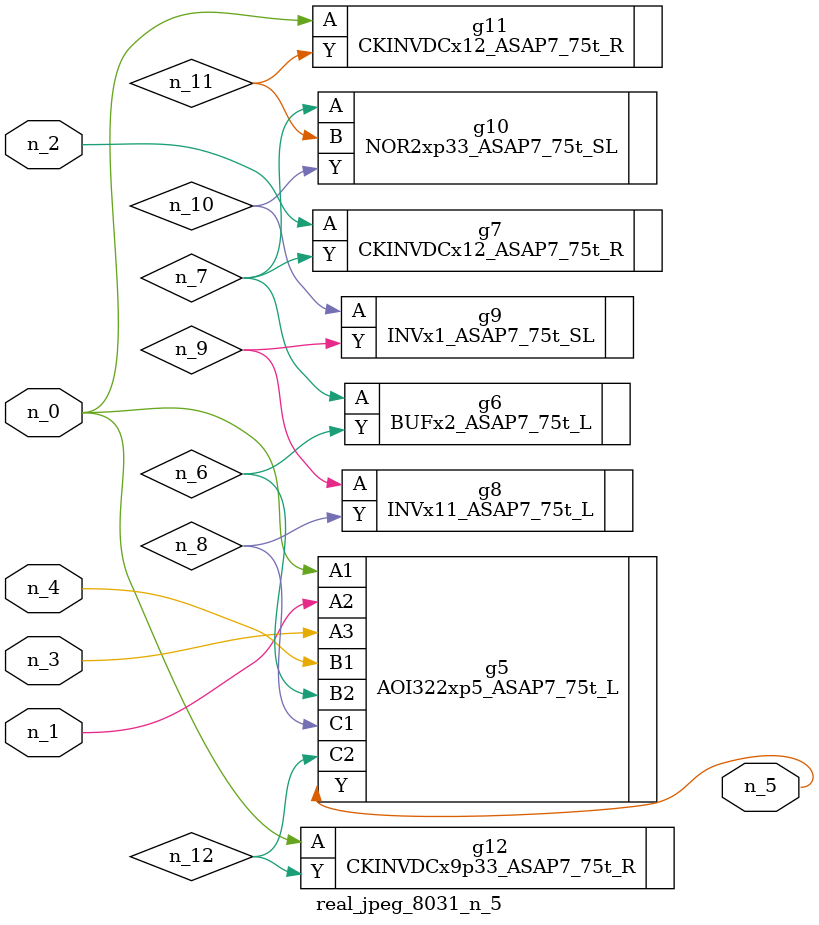
<source format=v>
module real_jpeg_8031_n_5 (n_4, n_0, n_1, n_2, n_3, n_5);

input n_4;
input n_0;
input n_1;
input n_2;
input n_3;

output n_5;

wire n_12;
wire n_8;
wire n_11;
wire n_6;
wire n_7;
wire n_10;
wire n_9;

AOI322xp5_ASAP7_75t_L g5 ( 
.A1(n_0),
.A2(n_1),
.A3(n_3),
.B1(n_4),
.B2(n_6),
.C1(n_8),
.C2(n_12),
.Y(n_5)
);

CKINVDCx12_ASAP7_75t_R g11 ( 
.A(n_0),
.Y(n_11)
);

CKINVDCx9p33_ASAP7_75t_R g12 ( 
.A(n_0),
.Y(n_12)
);

CKINVDCx12_ASAP7_75t_R g7 ( 
.A(n_2),
.Y(n_7)
);

BUFx2_ASAP7_75t_L g6 ( 
.A(n_7),
.Y(n_6)
);

NOR2xp33_ASAP7_75t_SL g10 ( 
.A(n_7),
.B(n_11),
.Y(n_10)
);

INVx11_ASAP7_75t_L g8 ( 
.A(n_9),
.Y(n_8)
);

INVx1_ASAP7_75t_SL g9 ( 
.A(n_10),
.Y(n_9)
);


endmodule
</source>
